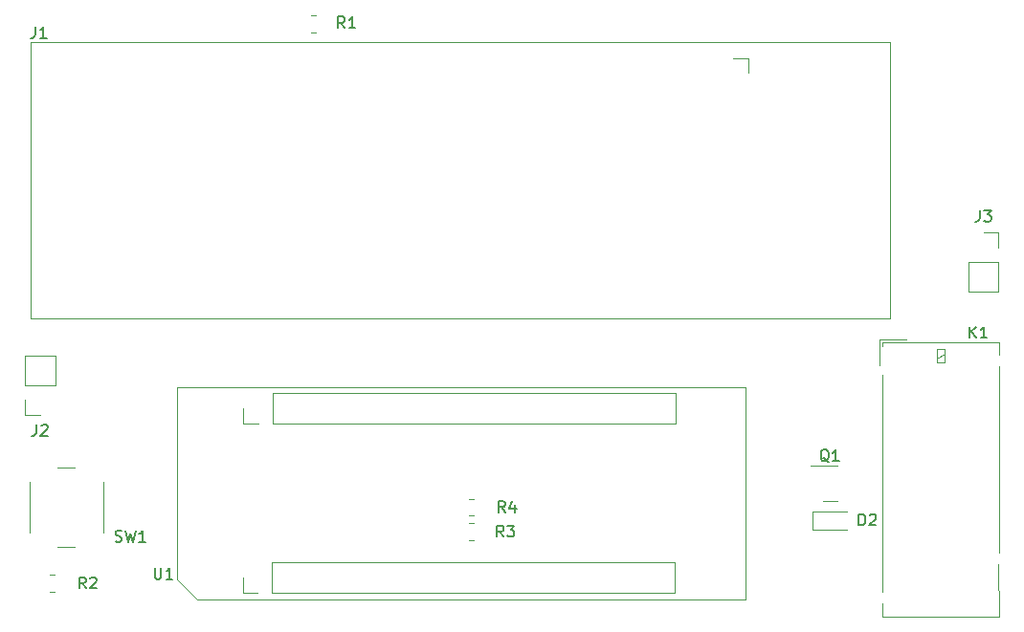
<source format=gbr>
%TF.GenerationSoftware,KiCad,Pcbnew,6.0.11+dfsg-1~bpo11+1*%
%TF.CreationDate,2023-11-07T00:47:46-03:00*%
%TF.ProjectId,controller,636f6e74-726f-46c6-9c65-722e6b696361,rev?*%
%TF.SameCoordinates,Original*%
%TF.FileFunction,Legend,Top*%
%TF.FilePolarity,Positive*%
%FSLAX46Y46*%
G04 Gerber Fmt 4.6, Leading zero omitted, Abs format (unit mm)*
G04 Created by KiCad (PCBNEW 6.0.11+dfsg-1~bpo11+1) date 2023-11-07 00:47:46*
%MOMM*%
%LPD*%
G01*
G04 APERTURE LIST*
%ADD10C,0.150000*%
%ADD11C,0.120000*%
G04 APERTURE END LIST*
D10*
%TO.C,SW1*%
X109766666Y-120004761D02*
X109909523Y-120052380D01*
X110147619Y-120052380D01*
X110242857Y-120004761D01*
X110290476Y-119957142D01*
X110338095Y-119861904D01*
X110338095Y-119766666D01*
X110290476Y-119671428D01*
X110242857Y-119623809D01*
X110147619Y-119576190D01*
X109957142Y-119528571D01*
X109861904Y-119480952D01*
X109814285Y-119433333D01*
X109766666Y-119338095D01*
X109766666Y-119242857D01*
X109814285Y-119147619D01*
X109861904Y-119100000D01*
X109957142Y-119052380D01*
X110195238Y-119052380D01*
X110338095Y-119100000D01*
X110671428Y-119052380D02*
X110909523Y-120052380D01*
X111100000Y-119338095D01*
X111290476Y-120052380D01*
X111528571Y-119052380D01*
X112433333Y-120052380D02*
X111861904Y-120052380D01*
X112147619Y-120052380D02*
X112147619Y-119052380D01*
X112052380Y-119195238D01*
X111957142Y-119290476D01*
X111861904Y-119338095D01*
%TO.C,K1*%
X185341904Y-101992380D02*
X185341904Y-100992380D01*
X185913333Y-101992380D02*
X185484761Y-101420952D01*
X185913333Y-100992380D02*
X185341904Y-101563809D01*
X186865714Y-101992380D02*
X186294285Y-101992380D01*
X186580000Y-101992380D02*
X186580000Y-100992380D01*
X186484761Y-101135238D01*
X186389523Y-101230476D01*
X186294285Y-101278095D01*
%TO.C,R2*%
X107140333Y-124186380D02*
X106807000Y-123710190D01*
X106568904Y-124186380D02*
X106568904Y-123186380D01*
X106949857Y-123186380D01*
X107045095Y-123234000D01*
X107092714Y-123281619D01*
X107140333Y-123376857D01*
X107140333Y-123519714D01*
X107092714Y-123614952D01*
X107045095Y-123662571D01*
X106949857Y-123710190D01*
X106568904Y-123710190D01*
X107521285Y-123281619D02*
X107568904Y-123234000D01*
X107664142Y-123186380D01*
X107902238Y-123186380D01*
X107997476Y-123234000D01*
X108045095Y-123281619D01*
X108092714Y-123376857D01*
X108092714Y-123472095D01*
X108045095Y-123614952D01*
X107473666Y-124186380D01*
X108092714Y-124186380D01*
%TO.C,J1*%
X102666666Y-74452380D02*
X102666666Y-75166666D01*
X102619047Y-75309523D01*
X102523809Y-75404761D01*
X102380952Y-75452380D01*
X102285714Y-75452380D01*
X103666666Y-75452380D02*
X103095238Y-75452380D01*
X103380952Y-75452380D02*
X103380952Y-74452380D01*
X103285714Y-74595238D01*
X103190476Y-74690476D01*
X103095238Y-74738095D01*
%TO.C,D2*%
X175529904Y-118598380D02*
X175529904Y-117598380D01*
X175768000Y-117598380D01*
X175910857Y-117646000D01*
X176006095Y-117741238D01*
X176053714Y-117836476D01*
X176101333Y-118026952D01*
X176101333Y-118169809D01*
X176053714Y-118360285D01*
X176006095Y-118455523D01*
X175910857Y-118550761D01*
X175768000Y-118598380D01*
X175529904Y-118598380D01*
X176482285Y-117693619D02*
X176529904Y-117646000D01*
X176625142Y-117598380D01*
X176863238Y-117598380D01*
X176958476Y-117646000D01*
X177006095Y-117693619D01*
X177053714Y-117788857D01*
X177053714Y-117884095D01*
X177006095Y-118026952D01*
X176434666Y-118598380D01*
X177053714Y-118598380D01*
%TO.C,R1*%
X130033333Y-74552380D02*
X129700000Y-74076190D01*
X129461904Y-74552380D02*
X129461904Y-73552380D01*
X129842857Y-73552380D01*
X129938095Y-73600000D01*
X129985714Y-73647619D01*
X130033333Y-73742857D01*
X130033333Y-73885714D01*
X129985714Y-73980952D01*
X129938095Y-74028571D01*
X129842857Y-74076190D01*
X129461904Y-74076190D01*
X130985714Y-74552380D02*
X130414285Y-74552380D01*
X130700000Y-74552380D02*
X130700000Y-73552380D01*
X130604761Y-73695238D01*
X130509523Y-73790476D01*
X130414285Y-73838095D01*
%TO.C,R4*%
X144224333Y-117455380D02*
X143891000Y-116979190D01*
X143652904Y-117455380D02*
X143652904Y-116455380D01*
X144033857Y-116455380D01*
X144129095Y-116503000D01*
X144176714Y-116550619D01*
X144224333Y-116645857D01*
X144224333Y-116788714D01*
X144176714Y-116883952D01*
X144129095Y-116931571D01*
X144033857Y-116979190D01*
X143652904Y-116979190D01*
X145081476Y-116788714D02*
X145081476Y-117455380D01*
X144843380Y-116407761D02*
X144605285Y-117122047D01*
X145224333Y-117122047D01*
%TO.C,R3*%
X144097333Y-119614380D02*
X143764000Y-119138190D01*
X143525904Y-119614380D02*
X143525904Y-118614380D01*
X143906857Y-118614380D01*
X144002095Y-118662000D01*
X144049714Y-118709619D01*
X144097333Y-118804857D01*
X144097333Y-118947714D01*
X144049714Y-119042952D01*
X144002095Y-119090571D01*
X143906857Y-119138190D01*
X143525904Y-119138190D01*
X144430666Y-118614380D02*
X145049714Y-118614380D01*
X144716380Y-118995333D01*
X144859238Y-118995333D01*
X144954476Y-119042952D01*
X145002095Y-119090571D01*
X145049714Y-119185809D01*
X145049714Y-119423904D01*
X145002095Y-119519142D01*
X144954476Y-119566761D01*
X144859238Y-119614380D01*
X144573523Y-119614380D01*
X144478285Y-119566761D01*
X144430666Y-119519142D01*
%TO.C,U1*%
X113238095Y-122352380D02*
X113238095Y-123161904D01*
X113285714Y-123257142D01*
X113333333Y-123304761D01*
X113428571Y-123352380D01*
X113619047Y-123352380D01*
X113714285Y-123304761D01*
X113761904Y-123257142D01*
X113809523Y-123161904D01*
X113809523Y-122352380D01*
X114809523Y-123352380D02*
X114238095Y-123352380D01*
X114523809Y-123352380D02*
X114523809Y-122352380D01*
X114428571Y-122495238D01*
X114333333Y-122590476D01*
X114238095Y-122638095D01*
%TO.C,J2*%
X102757666Y-109680380D02*
X102757666Y-110394666D01*
X102710047Y-110537523D01*
X102614809Y-110632761D01*
X102471952Y-110680380D01*
X102376714Y-110680380D01*
X103186238Y-109775619D02*
X103233857Y-109728000D01*
X103329095Y-109680380D01*
X103567190Y-109680380D01*
X103662428Y-109728000D01*
X103710047Y-109775619D01*
X103757666Y-109870857D01*
X103757666Y-109966095D01*
X103710047Y-110108952D01*
X103138619Y-110680380D01*
X103757666Y-110680380D01*
%TO.C,J3*%
X186221666Y-90698380D02*
X186221666Y-91412666D01*
X186174047Y-91555523D01*
X186078809Y-91650761D01*
X185935952Y-91698380D01*
X185840714Y-91698380D01*
X186602619Y-90698380D02*
X187221666Y-90698380D01*
X186888333Y-91079333D01*
X187031190Y-91079333D01*
X187126428Y-91126952D01*
X187174047Y-91174571D01*
X187221666Y-91269809D01*
X187221666Y-91507904D01*
X187174047Y-91603142D01*
X187126428Y-91650761D01*
X187031190Y-91698380D01*
X186745476Y-91698380D01*
X186650238Y-91650761D01*
X186602619Y-91603142D01*
%TO.C,Q1*%
X172870761Y-112991619D02*
X172775523Y-112944000D01*
X172680285Y-112848761D01*
X172537428Y-112705904D01*
X172442190Y-112658285D01*
X172346952Y-112658285D01*
X172394571Y-112896380D02*
X172299333Y-112848761D01*
X172204095Y-112753523D01*
X172156476Y-112563047D01*
X172156476Y-112229714D01*
X172204095Y-112039238D01*
X172299333Y-111944000D01*
X172394571Y-111896380D01*
X172585047Y-111896380D01*
X172680285Y-111944000D01*
X172775523Y-112039238D01*
X172823142Y-112229714D01*
X172823142Y-112563047D01*
X172775523Y-112753523D01*
X172680285Y-112848761D01*
X172585047Y-112896380D01*
X172394571Y-112896380D01*
X173775523Y-112896380D02*
X173204095Y-112896380D01*
X173489809Y-112896380D02*
X173489809Y-111896380D01*
X173394571Y-112039238D01*
X173299333Y-112134476D01*
X173204095Y-112182095D01*
D11*
%TO.C,SW1*%
X106152000Y-113503000D02*
X104652000Y-113503000D01*
X102152000Y-114753000D02*
X102152000Y-119253000D01*
X108652000Y-119253000D02*
X108652000Y-114753000D01*
X104652000Y-120503000D02*
X106152000Y-120503000D01*
%TO.C,K1*%
X177600000Y-126650000D02*
X177600000Y-125510000D01*
X182450000Y-103800000D02*
X183150000Y-103400000D01*
X177600000Y-105310000D02*
X177600000Y-124490000D01*
X187900000Y-102350000D02*
X187900000Y-103490000D01*
X177350000Y-104440000D02*
X177350000Y-102100000D01*
X177600000Y-102350000D02*
X177600000Y-102690000D01*
X187900000Y-126650000D02*
X177600000Y-126650000D01*
X183150000Y-103000000D02*
X182450000Y-103000000D01*
X183150000Y-104200000D02*
X183150000Y-103000000D01*
X187900000Y-102350000D02*
X177600000Y-102350000D01*
X182450000Y-103000000D02*
X182450000Y-104200000D01*
X182450000Y-104200000D02*
X183150000Y-104200000D01*
X187900000Y-104510000D02*
X187900000Y-120990000D01*
X187890000Y-122050000D02*
X187900000Y-126650000D01*
X177350000Y-102100000D02*
X179750000Y-102100000D01*
%TO.C,R2*%
X103904936Y-124469000D02*
X104359064Y-124469000D01*
X103904936Y-122999000D02*
X104359064Y-122999000D01*
%TO.C,J1*%
X164405000Y-77210000D02*
X165735000Y-77210000D01*
X178295000Y-75765000D02*
X178295000Y-100265000D01*
X165735000Y-77210000D02*
X165735000Y-78540000D01*
X178295000Y-100265000D02*
X102295000Y-100265000D01*
X102295000Y-100265000D02*
X102295000Y-75765000D01*
X102295000Y-75765000D02*
X178295000Y-75765000D01*
%TO.C,D2*%
X171420000Y-117346000D02*
X174470000Y-117346000D01*
X174470000Y-118946000D02*
X171420000Y-118946000D01*
X171420000Y-118946000D02*
X171420000Y-117346000D01*
%TO.C,R1*%
X127473064Y-73469000D02*
X127018936Y-73469000D01*
X127473064Y-74939000D02*
X127018936Y-74939000D01*
%TO.C,R4*%
X141443064Y-117738000D02*
X140988936Y-117738000D01*
X141443064Y-116268000D02*
X140988936Y-116268000D01*
%TO.C,R3*%
X141443064Y-119897000D02*
X140988936Y-119897000D01*
X141443064Y-118427000D02*
X140988936Y-118427000D01*
%TO.C,U1*%
X117026000Y-125194500D02*
X165540000Y-125194500D01*
X121090000Y-109570000D02*
X121090000Y-108240000D01*
X165540000Y-106398500D02*
X115248000Y-106398500D01*
X123690000Y-109570000D02*
X123690000Y-106910000D01*
X159250000Y-124556000D02*
X159250000Y-121896000D01*
X122420000Y-109570000D02*
X121090000Y-109570000D01*
X123690000Y-109570000D02*
X159310000Y-109570000D01*
X115248000Y-106398500D02*
X115248000Y-123416500D01*
X121030000Y-124556000D02*
X121030000Y-123226000D01*
X159310000Y-109570000D02*
X159310000Y-106910000D01*
X123630000Y-124556000D02*
X123630000Y-121896000D01*
X122360000Y-124556000D02*
X121030000Y-124556000D01*
X123630000Y-121896000D02*
X159250000Y-121896000D01*
X165540000Y-125194500D02*
X165540000Y-106398500D01*
X123630000Y-124556000D02*
X159250000Y-124556000D01*
X115248000Y-123416500D02*
X117026000Y-125194500D01*
X123690000Y-106910000D02*
X159310000Y-106910000D01*
%TO.C,J2*%
X103091000Y-108788000D02*
X101761000Y-108788000D01*
X104421000Y-106188000D02*
X104421000Y-103588000D01*
X101761000Y-106188000D02*
X101761000Y-103588000D01*
X104421000Y-103588000D02*
X101761000Y-103588000D01*
X101761000Y-108788000D02*
X101761000Y-107458000D01*
X104421000Y-106188000D02*
X101761000Y-106188000D01*
%TO.C,J3*%
X186555000Y-92686000D02*
X187885000Y-92686000D01*
X185225000Y-95286000D02*
X185225000Y-97886000D01*
X185225000Y-95286000D02*
X187885000Y-95286000D01*
X187885000Y-92686000D02*
X187885000Y-94016000D01*
X185225000Y-97886000D02*
X187885000Y-97886000D01*
X187885000Y-95286000D02*
X187885000Y-97886000D01*
%TO.C,Q1*%
X172966000Y-113284000D02*
X173616000Y-113284000D01*
X172966000Y-116404000D02*
X172316000Y-116404000D01*
X172966000Y-116404000D02*
X173616000Y-116404000D01*
X172966000Y-113284000D02*
X171291000Y-113284000D01*
%TD*%
M02*

</source>
